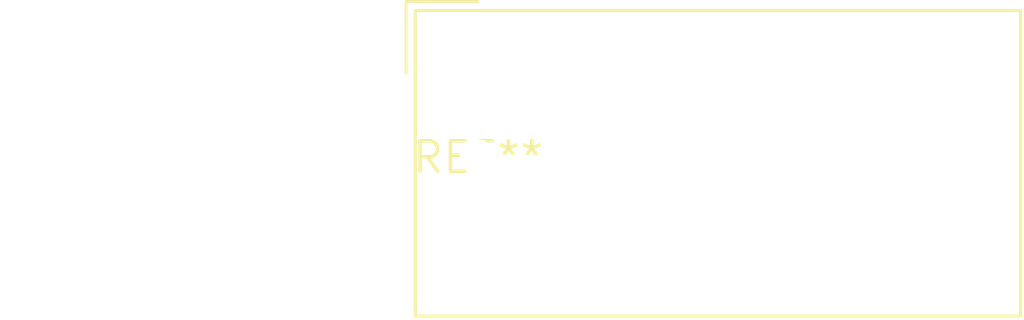
<source format=kicad_pcb>
(kicad_pcb (version 20240108) (generator pcbnew)
  (layers (0 "F.Cu" signal) (31 "B.Cu" signal) (34 "B.Paste" user) (35 "F.Paste" user) (36 "B.SilkS" user "B.Silkscreen") (37 "F.SilkS" user "F.Silkscreen") (38 "B.Mask" user) (39 "F.Mask" user) (44 "Edge.Cuts" user))
  (net 0 "")
  (footprint "Altech_AK300_1x05_P5.00mm_45-Degree" (layer "F.Cu") (at 0 0)
    (property "Reference" "REF**")
    (property "Value" "Altech_AK300_1x05_P5.00mm_45-Degree")
    (fp_line (start -3 -6.5) (end 0 -6.5) (layer "F.SilkS") (stroke (width 0.12)))
    (fp_line (start -3 -3.5) (end -3 -6.5) (layer "F.SilkS") (stroke (width 0.12)))
    (fp_line (start -2.62 -6.12) (end -2.62 6.62) (layer "F.SilkS") (stroke (width 0.12)))
    (fp_line (start -2.62 -6.12) (end -2.62 6.62) (layer "F.SilkS") (stroke (width 0.12)))
    (fp_line (start -2.62 -6.12) (end 22.62 -6.12) (layer "F.SilkS") (stroke (width 0.12)))
    (fp_line (start -2.62 -6.12) (end 22.62 -6.12) (layer "F.SilkS") (stroke (width 0.12)))
    (fp_line (start -2.62 6.62) (end 22.62 6.62) (layer "F.SilkS") (stroke (width 0.12)))
    (fp_line (start -2.62 6.62) (end 22.62 6.62) (layer "F.SilkS") (stroke (width 0.12)))
    (fp_line (start 22.62 -6.12) (end 22.62 6.62) (layer "F.SilkS") (stroke (width 0.12)))
    (fp_line (start 22.62 -6.12) (end 22.62 6.62) (layer "F.SilkS") (stroke (width 0.12)))
    (pad "1" thru_hole rect (at 0 0) (size 3 3) (drill 1.5) (layers *.Cu *.Mask) (remove_unused_layers))
    (pad "2" thru_hole circle (at 5 0) (size 3 3) (drill 1.5) (layers *.Cu *.Mask) (remove_unused_layers))
    (pad "3" thru_hole circle (at 10 0) (size 3 3) (drill 1.5) (layers *.Cu *.Mask) (remove_unused_layers))
    (pad "4" thru_hole circle (at 15 0) (size 3 3) (drill 1.5) (layers *.Cu *.Mask) (remove_unused_layers))
    (pad "5" thru_hole circle (at 20 0) (size 3 3) (drill 1.5) (layers *.Cu *.Mask) (remove_unused_layers))
  )
)
</source>
